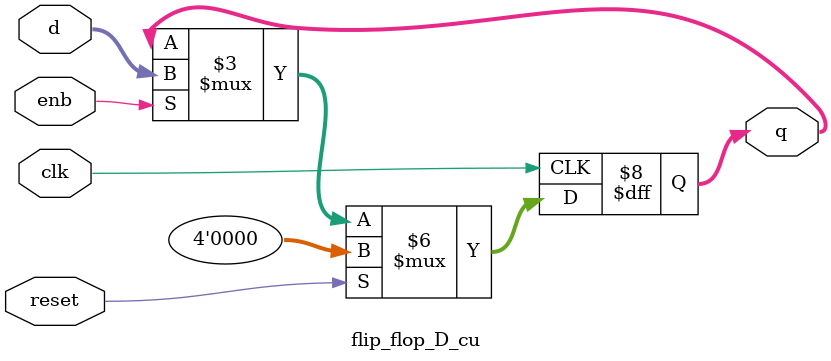
<source format=sv>
module flip_flop_D_cu	
	#(parameter N = 4)
	(input logic clk, reset, enb, input logic [N-1:0] d, output logic [N-1:0] q);
	
	always_ff @(negedge clk)
		begin
		if (reset) q <= 'b0;
		else 
			begin
			if (enb) q <= d;
			else q <= q;
			end		
		end

endmodule

</source>
